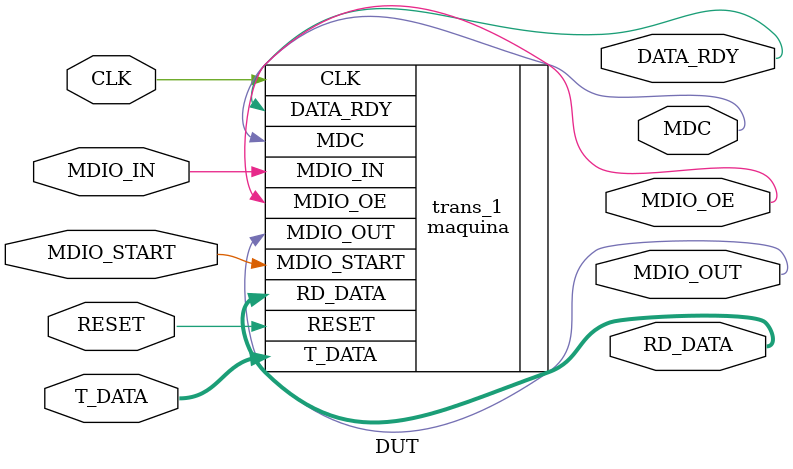
<source format=v>
`include "maquina.v"

module DUT(
  input wire CLK, 
  input wire RESET,
  input wire MDIO_START,
  input wire MDIO_IN,
  input wire [31:0] T_DATA,
  output wire [15:0] RD_DATA,
  output wire DATA_RDY, 
  output wire MDC,
  output wire MDIO_OE,
  output wire MDIO_OUT
);

 maquina trans_1(
    .CLK(CLK), 
    .MDC(MDC), 
    .RESET(RESET), 
    .MDIO_START(MDIO_START), 
    .MDIO_OUT(MDIO_OUT),
    .MDIO_OE(MDIO_OE), 
    .MDIO_IN(MDIO_IN), 
    .T_DATA(T_DATA), 
    .RD_DATA(RD_DATA), 
    .DATA_RDY(DATA_RDY)
    );

endmodule

</source>
